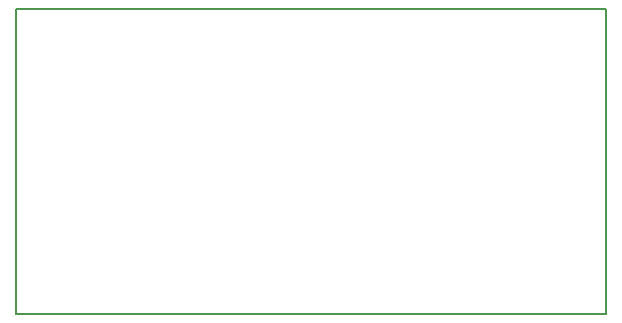
<source format=gbr>
G04 (created by PCBNEW (2013-may-18)-stable) date Сб 29 авг 2015 23:53:58*
%MOIN*%
G04 Gerber Fmt 3.4, Leading zero omitted, Abs format*
%FSLAX34Y34*%
G01*
G70*
G90*
G04 APERTURE LIST*
%ADD10C,0.00590551*%
G04 APERTURE END LIST*
G54D10*
X24685Y-28346D02*
X24685Y-18149D01*
X44370Y-28346D02*
X24685Y-28346D01*
X44370Y-18149D02*
X44370Y-28346D01*
X24685Y-18149D02*
X44370Y-18149D01*
M02*

</source>
